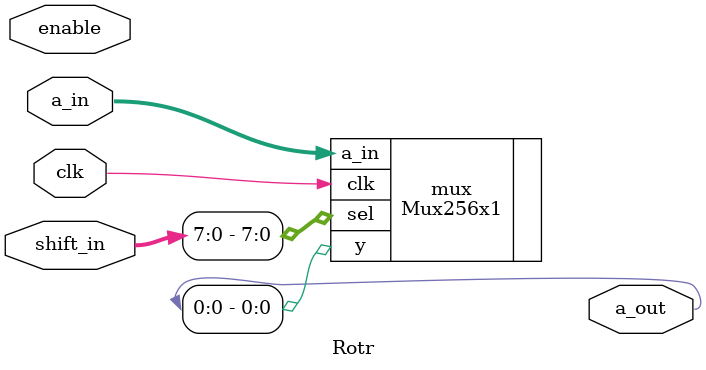
<source format=v>
`timescale 1ns/1ns

module Rotr #(
	parameter DATA_WIDTH = 256
)(
	input clk,
	input enable,
	input [DATA_WIDTH-1:0] a_in,
	input [DATA_WIDTH-1:0] shift_in, // consider only 8-bits
	output [DATA_WIDTH-1:0] a_out
);

genvar i;

Mux256x1 #(.DATA_WIDTH(DATA_WIDTH), .SEL_WIDTH(8)) mux(.clk(clk), .sel(shift_in[7:0]), .a_in(a_in), .y(a_out[0]));

/*generate for (i = 1; i < DATA_WIDTH; i = i + 1 ) begin: loop

	Mux256x1 #(.DATA_WIDTH(DATA_WIDTH), .SEL_WIDTH(8)) mux_1(.clk(clk), .sel(shift_in[7:0]), .a_in({a_in[i-1: 0], a_in[DATA_WIDTH-1:i]}), .y(a_out[i]));

end
endgenerate*/

endmodule

</source>
